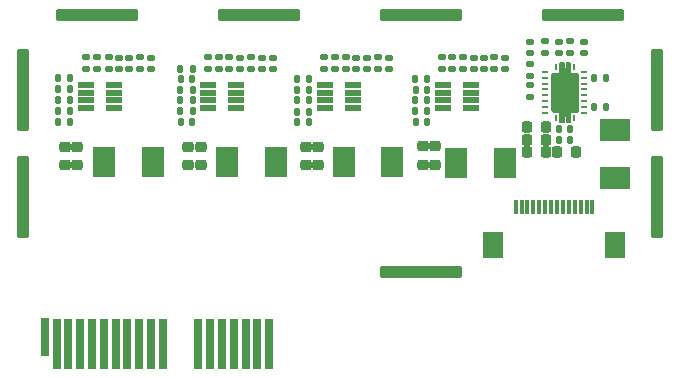
<source format=gbr>
G04 #@! TF.GenerationSoftware,KiCad,Pcbnew,(5.99.0-12889-g70df3822b5)*
G04 #@! TF.CreationDate,2021-11-21T20:46:22+08:00*
G04 #@! TF.ProjectId,PowerSupply,506f7765-7253-4757-9070-6c792e6b6963,rev?*
G04 #@! TF.SameCoordinates,PX5e56640PY77750e0*
G04 #@! TF.FileFunction,Soldermask,Bot*
G04 #@! TF.FilePolarity,Negative*
%FSLAX46Y46*%
G04 Gerber Fmt 4.6, Leading zero omitted, Abs format (unit mm)*
G04 Created by KiCad (PCBNEW (5.99.0-12889-g70df3822b5)) date 2021-11-21 20:46:22*
%MOMM*%
%LPD*%
G01*
G04 APERTURE LIST*
G04 Aperture macros list*
%AMRoundRect*
0 Rectangle with rounded corners*
0 $1 Rounding radius*
0 $2 $3 $4 $5 $6 $7 $8 $9 X,Y pos of 4 corners*
0 Add a 4 corners polygon primitive as box body*
4,1,4,$2,$3,$4,$5,$6,$7,$8,$9,$2,$3,0*
0 Add four circle primitives for the rounded corners*
1,1,$1+$1,$2,$3*
1,1,$1+$1,$4,$5*
1,1,$1+$1,$6,$7*
1,1,$1+$1,$8,$9*
0 Add four rect primitives between the rounded corners*
20,1,$1+$1,$2,$3,$4,$5,0*
20,1,$1+$1,$4,$5,$6,$7,0*
20,1,$1+$1,$6,$7,$8,$9,0*
20,1,$1+$1,$8,$9,$2,$3,0*%
G04 Aperture macros list end*
%ADD10C,0.010000*%
%ADD11R,0.700000X3.200000*%
%ADD12R,0.700000X4.300000*%
%ADD13RoundRect,0.140000X-0.140000X-0.170000X0.140000X-0.170000X0.140000X0.170000X-0.140000X0.170000X0*%
%ADD14RoundRect,0.140000X0.170000X-0.140000X0.170000X0.140000X-0.170000X0.140000X-0.170000X-0.140000X0*%
%ADD15RoundRect,0.225000X0.250000X-0.225000X0.250000X0.225000X-0.250000X0.225000X-0.250000X-0.225000X0*%
%ADD16RoundRect,0.140000X0.140000X0.170000X-0.140000X0.170000X-0.140000X-0.170000X0.140000X-0.170000X0*%
%ADD17RoundRect,0.140000X-0.170000X0.140000X-0.170000X-0.140000X0.170000X-0.140000X0.170000X0.140000X0*%
%ADD18R,1.900000X2.500000*%
%ADD19RoundRect,0.135000X-0.135000X-0.185000X0.135000X-0.185000X0.135000X0.185000X-0.135000X0.185000X0*%
%ADD20RoundRect,0.135000X0.135000X0.185000X-0.135000X0.185000X-0.135000X-0.185000X0.135000X-0.185000X0*%
%ADD21RoundRect,0.135000X0.185000X-0.135000X0.185000X0.135000X-0.185000X0.135000X-0.185000X-0.135000X0*%
%ADD22RoundRect,0.135000X-0.185000X0.135000X-0.185000X-0.135000X0.185000X-0.135000X0.185000X0.135000X0*%
%ADD23R,1.340000X0.490000*%
%ADD24RoundRect,0.225000X0.225000X0.250000X-0.225000X0.250000X-0.225000X-0.250000X0.225000X-0.250000X0*%
%ADD25RoundRect,0.225000X-0.225000X-0.250000X0.225000X-0.250000X0.225000X0.250000X-0.225000X0.250000X0*%
%ADD26R,2.500000X1.900000*%
%ADD27R,0.240000X0.600000*%
%ADD28R,0.600000X0.240000*%
%ADD29R,0.240000X0.990000*%
%ADD30R,2.050000X3.050000*%
%ADD31R,0.517500X0.427500*%
%ADD32R,0.300000X1.300000*%
%ADD33R,1.800000X2.200000*%
%ADD34RoundRect,0.275000X-3.225000X-0.275000X3.225000X-0.275000X3.225000X0.275000X-3.225000X0.275000X0*%
%ADD35RoundRect,0.275000X0.275000X-3.225000X0.275000X3.225000X-0.275000X3.225000X-0.275000X-3.225000X0*%
G04 APERTURE END LIST*
D10*
G04 #@! TO.C,U1*
X57547000Y27947000D02*
X57547000Y28720000D01*
X57547000Y28720000D02*
X57546792Y28727955D01*
X57546792Y28727955D02*
X57546167Y28735888D01*
X57546167Y28735888D02*
X57545129Y28743778D01*
X57545129Y28743778D02*
X57543678Y28751603D01*
X57543678Y28751603D02*
X57541821Y28759340D01*
X57541821Y28759340D02*
X57539561Y28766971D01*
X57539561Y28766971D02*
X57536904Y28774472D01*
X57536904Y28774472D02*
X57533859Y28781824D01*
X57533859Y28781824D02*
X57530433Y28789007D01*
X57530433Y28789007D02*
X57526636Y28796000D01*
X57526636Y28796000D02*
X57522478Y28802785D01*
X57522478Y28802785D02*
X57517971Y28809343D01*
X57517971Y28809343D02*
X57513126Y28815657D01*
X57513126Y28815657D02*
X57507958Y28821708D01*
X57507958Y28821708D02*
X57502480Y28827480D01*
X57502480Y28827480D02*
X57496708Y28832958D01*
X57496708Y28832958D02*
X57490657Y28838126D01*
X57490657Y28838126D02*
X57484343Y28842971D01*
X57484343Y28842971D02*
X57477785Y28847478D01*
X57477785Y28847478D02*
X57471000Y28851636D01*
X57471000Y28851636D02*
X57464007Y28855433D01*
X57464007Y28855433D02*
X57456824Y28858859D01*
X57456824Y28858859D02*
X57449472Y28861904D01*
X57449472Y28861904D02*
X57441971Y28864561D01*
X57441971Y28864561D02*
X57434340Y28866821D01*
X57434340Y28866821D02*
X57426603Y28868678D01*
X57426603Y28868678D02*
X57418778Y28870129D01*
X57418778Y28870129D02*
X57410888Y28871167D01*
X57410888Y28871167D02*
X57402955Y28871792D01*
X57402955Y28871792D02*
X57395000Y28872000D01*
X57395000Y28872000D02*
X57295000Y28872000D01*
X57295000Y28872000D02*
X57287045Y28871792D01*
X57287045Y28871792D02*
X57279112Y28871167D01*
X57279112Y28871167D02*
X57271222Y28870129D01*
X57271222Y28870129D02*
X57263397Y28868678D01*
X57263397Y28868678D02*
X57255660Y28866821D01*
X57255660Y28866821D02*
X57248029Y28864561D01*
X57248029Y28864561D02*
X57240528Y28861904D01*
X57240528Y28861904D02*
X57233176Y28858859D01*
X57233176Y28858859D02*
X57225993Y28855433D01*
X57225993Y28855433D02*
X57219000Y28851636D01*
X57219000Y28851636D02*
X57212215Y28847478D01*
X57212215Y28847478D02*
X57205657Y28842971D01*
X57205657Y28842971D02*
X57199343Y28838126D01*
X57199343Y28838126D02*
X57193292Y28832958D01*
X57193292Y28832958D02*
X57187520Y28827480D01*
X57187520Y28827480D02*
X57182042Y28821708D01*
X57182042Y28821708D02*
X57176874Y28815657D01*
X57176874Y28815657D02*
X57172029Y28809343D01*
X57172029Y28809343D02*
X57167522Y28802785D01*
X57167522Y28802785D02*
X57163364Y28796000D01*
X57163364Y28796000D02*
X57159567Y28789007D01*
X57159567Y28789007D02*
X57156141Y28781824D01*
X57156141Y28781824D02*
X57153096Y28774472D01*
X57153096Y28774472D02*
X57150439Y28766971D01*
X57150439Y28766971D02*
X57148179Y28759340D01*
X57148179Y28759340D02*
X57146322Y28751603D01*
X57146322Y28751603D02*
X57144871Y28743778D01*
X57144871Y28743778D02*
X57143833Y28735888D01*
X57143833Y28735888D02*
X57143208Y28727955D01*
X57143208Y28727955D02*
X57143000Y28720000D01*
X57143000Y28720000D02*
X57143000Y28347000D01*
X57143000Y28347000D02*
X56998000Y28347000D01*
X56998000Y28347000D02*
X56997000Y28347000D01*
X56997000Y28347000D02*
X56997000Y28722000D01*
X56997000Y28722000D02*
X56996794Y28729850D01*
X56996794Y28729850D02*
X56996178Y28737679D01*
X56996178Y28737679D02*
X56995153Y28745465D01*
X56995153Y28745465D02*
X56993722Y28753187D01*
X56993722Y28753187D02*
X56991889Y28760823D01*
X56991889Y28760823D02*
X56989658Y28768353D01*
X56989658Y28768353D02*
X56987037Y28775755D01*
X56987037Y28775755D02*
X56984032Y28783010D01*
X56984032Y28783010D02*
X56980651Y28790099D01*
X56980651Y28790099D02*
X56976904Y28797000D01*
X56976904Y28797000D02*
X56972801Y28803696D01*
X56972801Y28803696D02*
X56968353Y28810168D01*
X56968353Y28810168D02*
X56963572Y28816398D01*
X56963572Y28816398D02*
X56958472Y28822370D01*
X56958472Y28822370D02*
X56953066Y28828066D01*
X56953066Y28828066D02*
X56947370Y28833472D01*
X56947370Y28833472D02*
X56941398Y28838572D01*
X56941398Y28838572D02*
X56935168Y28843353D01*
X56935168Y28843353D02*
X56928696Y28847801D01*
X56928696Y28847801D02*
X56922000Y28851904D01*
X56922000Y28851904D02*
X56915099Y28855651D01*
X56915099Y28855651D02*
X56908010Y28859032D01*
X56908010Y28859032D02*
X56900755Y28862037D01*
X56900755Y28862037D02*
X56893353Y28864658D01*
X56893353Y28864658D02*
X56885823Y28866889D01*
X56885823Y28866889D02*
X56878187Y28868722D01*
X56878187Y28868722D02*
X56870465Y28870153D01*
X56870465Y28870153D02*
X56862679Y28871178D01*
X56862679Y28871178D02*
X56854850Y28871794D01*
X56854850Y28871794D02*
X56847000Y28872000D01*
X56847000Y28872000D02*
X56744000Y28872000D01*
X56744000Y28872000D02*
X56736097Y28871793D01*
X56736097Y28871793D02*
X56728216Y28871173D01*
X56728216Y28871173D02*
X56720378Y28870141D01*
X56720378Y28870141D02*
X56712605Y28868700D01*
X56712605Y28868700D02*
X56704918Y28866855D01*
X56704918Y28866855D02*
X56697338Y28864610D01*
X56697338Y28864610D02*
X56689886Y28861971D01*
X56689886Y28861971D02*
X56682583Y28858945D01*
X56682583Y28858945D02*
X56675447Y28855542D01*
X56675447Y28855542D02*
X56668500Y28851770D01*
X56668500Y28851770D02*
X56661760Y28847639D01*
X56661760Y28847639D02*
X56655244Y28843162D01*
X56655244Y28843162D02*
X56648973Y28838349D01*
X56648973Y28838349D02*
X56642961Y28833215D01*
X56642961Y28833215D02*
X56637227Y28827773D01*
X56637227Y28827773D02*
X56631785Y28822039D01*
X56631785Y28822039D02*
X56626651Y28816027D01*
X56626651Y28816027D02*
X56621838Y28809756D01*
X56621838Y28809756D02*
X56617361Y28803240D01*
X56617361Y28803240D02*
X56613230Y28796500D01*
X56613230Y28796500D02*
X56609458Y28789553D01*
X56609458Y28789553D02*
X56606055Y28782417D01*
X56606055Y28782417D02*
X56603029Y28775114D01*
X56603029Y28775114D02*
X56600390Y28767662D01*
X56600390Y28767662D02*
X56598145Y28760082D01*
X56598145Y28760082D02*
X56596300Y28752395D01*
X56596300Y28752395D02*
X56594859Y28744622D01*
X56594859Y28744622D02*
X56593827Y28736784D01*
X56593827Y28736784D02*
X56593207Y28728903D01*
X56593207Y28728903D02*
X56593000Y28721000D01*
X56593000Y28721000D02*
X56593000Y27947000D01*
X56593000Y27947000D02*
X56095000Y27947000D01*
X56095000Y27947000D02*
X56087045Y27946792D01*
X56087045Y27946792D02*
X56079112Y27946167D01*
X56079112Y27946167D02*
X56071222Y27945129D01*
X56071222Y27945129D02*
X56063397Y27943678D01*
X56063397Y27943678D02*
X56055660Y27941821D01*
X56055660Y27941821D02*
X56048029Y27939561D01*
X56048029Y27939561D02*
X56040528Y27936904D01*
X56040528Y27936904D02*
X56033176Y27933859D01*
X56033176Y27933859D02*
X56025993Y27930433D01*
X56025993Y27930433D02*
X56019000Y27926636D01*
X56019000Y27926636D02*
X56012215Y27922478D01*
X56012215Y27922478D02*
X56005657Y27917971D01*
X56005657Y27917971D02*
X55999343Y27913126D01*
X55999343Y27913126D02*
X55993292Y27907958D01*
X55993292Y27907958D02*
X55987520Y27902480D01*
X55987520Y27902480D02*
X55982042Y27896708D01*
X55982042Y27896708D02*
X55976874Y27890657D01*
X55976874Y27890657D02*
X55972029Y27884343D01*
X55972029Y27884343D02*
X55967522Y27877785D01*
X55967522Y27877785D02*
X55963364Y27871000D01*
X55963364Y27871000D02*
X55959567Y27864007D01*
X55959567Y27864007D02*
X55956141Y27856824D01*
X55956141Y27856824D02*
X55953096Y27849472D01*
X55953096Y27849472D02*
X55950439Y27841971D01*
X55950439Y27841971D02*
X55948179Y27834340D01*
X55948179Y27834340D02*
X55946322Y27826603D01*
X55946322Y27826603D02*
X55944871Y27818778D01*
X55944871Y27818778D02*
X55943833Y27810888D01*
X55943833Y27810888D02*
X55943208Y27802955D01*
X55943208Y27802955D02*
X55943000Y27795000D01*
X55943000Y27795000D02*
X55943000Y24844000D01*
X55943000Y24844000D02*
X55943206Y24836150D01*
X55943206Y24836150D02*
X55943822Y24828321D01*
X55943822Y24828321D02*
X55944847Y24820535D01*
X55944847Y24820535D02*
X55946278Y24812813D01*
X55946278Y24812813D02*
X55948111Y24805177D01*
X55948111Y24805177D02*
X55950342Y24797647D01*
X55950342Y24797647D02*
X55952963Y24790245D01*
X55952963Y24790245D02*
X55955968Y24782990D01*
X55955968Y24782990D02*
X55959349Y24775901D01*
X55959349Y24775901D02*
X55963096Y24769000D01*
X55963096Y24769000D02*
X55967199Y24762304D01*
X55967199Y24762304D02*
X55971647Y24755832D01*
X55971647Y24755832D02*
X55976428Y24749602D01*
X55976428Y24749602D02*
X55981528Y24743630D01*
X55981528Y24743630D02*
X55986934Y24737934D01*
X55986934Y24737934D02*
X55992630Y24732528D01*
X55992630Y24732528D02*
X55998602Y24727428D01*
X55998602Y24727428D02*
X56004832Y24722647D01*
X56004832Y24722647D02*
X56011304Y24718199D01*
X56011304Y24718199D02*
X56018000Y24714096D01*
X56018000Y24714096D02*
X56024901Y24710349D01*
X56024901Y24710349D02*
X56031990Y24706968D01*
X56031990Y24706968D02*
X56039245Y24703963D01*
X56039245Y24703963D02*
X56046647Y24701342D01*
X56046647Y24701342D02*
X56054177Y24699111D01*
X56054177Y24699111D02*
X56061813Y24697278D01*
X56061813Y24697278D02*
X56069535Y24695847D01*
X56069535Y24695847D02*
X56077321Y24694822D01*
X56077321Y24694822D02*
X56085150Y24694206D01*
X56085150Y24694206D02*
X56093000Y24694000D01*
X56093000Y24694000D02*
X56592000Y24694000D01*
X56592000Y24694000D02*
X56592052Y24693999D01*
X56592052Y24693999D02*
X56592105Y24693995D01*
X56592105Y24693995D02*
X56592156Y24693988D01*
X56592156Y24693988D02*
X56592208Y24693978D01*
X56592208Y24693978D02*
X56592259Y24693966D01*
X56592259Y24693966D02*
X56592309Y24693951D01*
X56592309Y24693951D02*
X56592358Y24693934D01*
X56592358Y24693934D02*
X56592407Y24693914D01*
X56592407Y24693914D02*
X56592454Y24693891D01*
X56592454Y24693891D02*
X56592500Y24693866D01*
X56592500Y24693866D02*
X56592545Y24693839D01*
X56592545Y24693839D02*
X56592588Y24693809D01*
X56592588Y24693809D02*
X56592629Y24693777D01*
X56592629Y24693777D02*
X56592669Y24693743D01*
X56592669Y24693743D02*
X56592707Y24693707D01*
X56592707Y24693707D02*
X56592743Y24693669D01*
X56592743Y24693669D02*
X56592777Y24693629D01*
X56592777Y24693629D02*
X56592809Y24693588D01*
X56592809Y24693588D02*
X56592839Y24693545D01*
X56592839Y24693545D02*
X56592866Y24693500D01*
X56592866Y24693500D02*
X56592891Y24693454D01*
X56592891Y24693454D02*
X56592914Y24693407D01*
X56592914Y24693407D02*
X56592934Y24693358D01*
X56592934Y24693358D02*
X56592951Y24693309D01*
X56592951Y24693309D02*
X56592966Y24693259D01*
X56592966Y24693259D02*
X56592978Y24693208D01*
X56592978Y24693208D02*
X56592988Y24693156D01*
X56592988Y24693156D02*
X56592995Y24693105D01*
X56592995Y24693105D02*
X56592999Y24693052D01*
X56592999Y24693052D02*
X56593000Y24693000D01*
X56593000Y24693000D02*
X56593000Y23919000D01*
X56593000Y23919000D02*
X56593206Y23911150D01*
X56593206Y23911150D02*
X56593822Y23903321D01*
X56593822Y23903321D02*
X56594847Y23895535D01*
X56594847Y23895535D02*
X56596278Y23887813D01*
X56596278Y23887813D02*
X56598111Y23880177D01*
X56598111Y23880177D02*
X56600342Y23872647D01*
X56600342Y23872647D02*
X56602963Y23865245D01*
X56602963Y23865245D02*
X56605968Y23857990D01*
X56605968Y23857990D02*
X56609349Y23850901D01*
X56609349Y23850901D02*
X56613096Y23844000D01*
X56613096Y23844000D02*
X56617199Y23837304D01*
X56617199Y23837304D02*
X56621647Y23830832D01*
X56621647Y23830832D02*
X56626428Y23824602D01*
X56626428Y23824602D02*
X56631528Y23818630D01*
X56631528Y23818630D02*
X56636934Y23812934D01*
X56636934Y23812934D02*
X56642630Y23807528D01*
X56642630Y23807528D02*
X56648602Y23802428D01*
X56648602Y23802428D02*
X56654832Y23797647D01*
X56654832Y23797647D02*
X56661304Y23793199D01*
X56661304Y23793199D02*
X56668000Y23789096D01*
X56668000Y23789096D02*
X56674901Y23785349D01*
X56674901Y23785349D02*
X56681990Y23781968D01*
X56681990Y23781968D02*
X56689245Y23778963D01*
X56689245Y23778963D02*
X56696647Y23776342D01*
X56696647Y23776342D02*
X56704177Y23774111D01*
X56704177Y23774111D02*
X56711813Y23772278D01*
X56711813Y23772278D02*
X56719535Y23770847D01*
X56719535Y23770847D02*
X56727321Y23769822D01*
X56727321Y23769822D02*
X56735150Y23769206D01*
X56735150Y23769206D02*
X56743000Y23769000D01*
X56743000Y23769000D02*
X56848000Y23769000D01*
X56848000Y23769000D02*
X56855798Y23769204D01*
X56855798Y23769204D02*
X56863575Y23769816D01*
X56863575Y23769816D02*
X56871309Y23770834D01*
X56871309Y23770834D02*
X56878979Y23772256D01*
X56878979Y23772256D02*
X56886564Y23774077D01*
X56886564Y23774077D02*
X56894044Y23776293D01*
X56894044Y23776293D02*
X56901397Y23778897D01*
X56901397Y23778897D02*
X56908604Y23781882D01*
X56908604Y23781882D02*
X56915645Y23785240D01*
X56915645Y23785240D02*
X56922500Y23788962D01*
X56922500Y23788962D02*
X56929151Y23793038D01*
X56929151Y23793038D02*
X56935580Y23797456D01*
X56935580Y23797456D02*
X56941769Y23802205D01*
X56941769Y23802205D02*
X56947700Y23807271D01*
X56947700Y23807271D02*
X56953359Y23812641D01*
X56953359Y23812641D02*
X56958729Y23818300D01*
X56958729Y23818300D02*
X56963795Y23824231D01*
X56963795Y23824231D02*
X56968544Y23830420D01*
X56968544Y23830420D02*
X56972962Y23836849D01*
X56972962Y23836849D02*
X56977038Y23843500D01*
X56977038Y23843500D02*
X56980760Y23850355D01*
X56980760Y23850355D02*
X56984118Y23857396D01*
X56984118Y23857396D02*
X56987103Y23864603D01*
X56987103Y23864603D02*
X56989707Y23871956D01*
X56989707Y23871956D02*
X56991923Y23879436D01*
X56991923Y23879436D02*
X56993744Y23887021D01*
X56993744Y23887021D02*
X56995166Y23894691D01*
X56995166Y23894691D02*
X56996184Y23902425D01*
X56996184Y23902425D02*
X56996796Y23910202D01*
X56996796Y23910202D02*
X56997000Y23918000D01*
X56997000Y23918000D02*
X56997000Y24293000D01*
X56997000Y24293000D02*
X57142000Y24293000D01*
X57142000Y24293000D02*
X57142052Y24292999D01*
X57142052Y24292999D02*
X57142105Y24292995D01*
X57142105Y24292995D02*
X57142156Y24292988D01*
X57142156Y24292988D02*
X57142208Y24292978D01*
X57142208Y24292978D02*
X57142259Y24292966D01*
X57142259Y24292966D02*
X57142309Y24292951D01*
X57142309Y24292951D02*
X57142358Y24292934D01*
X57142358Y24292934D02*
X57142407Y24292914D01*
X57142407Y24292914D02*
X57142454Y24292891D01*
X57142454Y24292891D02*
X57142500Y24292866D01*
X57142500Y24292866D02*
X57142545Y24292839D01*
X57142545Y24292839D02*
X57142588Y24292809D01*
X57142588Y24292809D02*
X57142629Y24292777D01*
X57142629Y24292777D02*
X57142669Y24292743D01*
X57142669Y24292743D02*
X57142707Y24292707D01*
X57142707Y24292707D02*
X57142743Y24292669D01*
X57142743Y24292669D02*
X57142777Y24292629D01*
X57142777Y24292629D02*
X57142809Y24292588D01*
X57142809Y24292588D02*
X57142839Y24292545D01*
X57142839Y24292545D02*
X57142866Y24292500D01*
X57142866Y24292500D02*
X57142891Y24292454D01*
X57142891Y24292454D02*
X57142914Y24292407D01*
X57142914Y24292407D02*
X57142934Y24292358D01*
X57142934Y24292358D02*
X57142951Y24292309D01*
X57142951Y24292309D02*
X57142966Y24292259D01*
X57142966Y24292259D02*
X57142978Y24292208D01*
X57142978Y24292208D02*
X57142988Y24292156D01*
X57142988Y24292156D02*
X57142995Y24292105D01*
X57142995Y24292105D02*
X57142999Y24292052D01*
X57142999Y24292052D02*
X57143000Y24292000D01*
X57143000Y24292000D02*
X57143000Y23919000D01*
X57143000Y23919000D02*
X57143206Y23911150D01*
X57143206Y23911150D02*
X57143822Y23903321D01*
X57143822Y23903321D02*
X57144847Y23895535D01*
X57144847Y23895535D02*
X57146278Y23887813D01*
X57146278Y23887813D02*
X57148111Y23880177D01*
X57148111Y23880177D02*
X57150342Y23872647D01*
X57150342Y23872647D02*
X57152963Y23865245D01*
X57152963Y23865245D02*
X57155968Y23857990D01*
X57155968Y23857990D02*
X57159349Y23850901D01*
X57159349Y23850901D02*
X57163096Y23844000D01*
X57163096Y23844000D02*
X57167199Y23837304D01*
X57167199Y23837304D02*
X57171647Y23830832D01*
X57171647Y23830832D02*
X57176428Y23824602D01*
X57176428Y23824602D02*
X57181528Y23818630D01*
X57181528Y23818630D02*
X57186934Y23812934D01*
X57186934Y23812934D02*
X57192630Y23807528D01*
X57192630Y23807528D02*
X57198602Y23802428D01*
X57198602Y23802428D02*
X57204832Y23797647D01*
X57204832Y23797647D02*
X57211304Y23793199D01*
X57211304Y23793199D02*
X57218000Y23789096D01*
X57218000Y23789096D02*
X57224901Y23785349D01*
X57224901Y23785349D02*
X57231990Y23781968D01*
X57231990Y23781968D02*
X57239245Y23778963D01*
X57239245Y23778963D02*
X57246647Y23776342D01*
X57246647Y23776342D02*
X57254177Y23774111D01*
X57254177Y23774111D02*
X57261813Y23772278D01*
X57261813Y23772278D02*
X57269535Y23770847D01*
X57269535Y23770847D02*
X57277321Y23769822D01*
X57277321Y23769822D02*
X57285150Y23769206D01*
X57285150Y23769206D02*
X57293000Y23769000D01*
X57293000Y23769000D02*
X57399000Y23769000D01*
X57399000Y23769000D02*
X57406746Y23769203D01*
X57406746Y23769203D02*
X57414470Y23769811D01*
X57414470Y23769811D02*
X57422152Y23770822D01*
X57422152Y23770822D02*
X57429771Y23772234D01*
X57429771Y23772234D02*
X57437305Y23774043D01*
X57437305Y23774043D02*
X57444735Y23776244D01*
X57444735Y23776244D02*
X57452038Y23778830D01*
X57452038Y23778830D02*
X57459197Y23781795D01*
X57459197Y23781795D02*
X57466191Y23785131D01*
X57466191Y23785131D02*
X57473000Y23788828D01*
X57473000Y23788828D02*
X57479607Y23792877D01*
X57479607Y23792877D02*
X57485992Y23797265D01*
X57485992Y23797265D02*
X57492139Y23801982D01*
X57492139Y23801982D02*
X57498031Y23807015D01*
X57498031Y23807015D02*
X57503652Y23812348D01*
X57503652Y23812348D02*
X57508985Y23817969D01*
X57508985Y23817969D02*
X57514018Y23823861D01*
X57514018Y23823861D02*
X57518735Y23830008D01*
X57518735Y23830008D02*
X57523123Y23836393D01*
X57523123Y23836393D02*
X57527172Y23843000D01*
X57527172Y23843000D02*
X57530869Y23849809D01*
X57530869Y23849809D02*
X57534205Y23856803D01*
X57534205Y23856803D02*
X57537170Y23863962D01*
X57537170Y23863962D02*
X57539756Y23871265D01*
X57539756Y23871265D02*
X57541957Y23878695D01*
X57541957Y23878695D02*
X57543766Y23886229D01*
X57543766Y23886229D02*
X57545178Y23893848D01*
X57545178Y23893848D02*
X57546189Y23901530D01*
X57546189Y23901530D02*
X57546797Y23909254D01*
X57546797Y23909254D02*
X57547000Y23917000D01*
X57547000Y23917000D02*
X57547000Y24693000D01*
X57547000Y24693000D02*
X58045000Y24693000D01*
X58045000Y24693000D02*
X58052955Y24693208D01*
X58052955Y24693208D02*
X58060888Y24693833D01*
X58060888Y24693833D02*
X58068778Y24694871D01*
X58068778Y24694871D02*
X58076603Y24696322D01*
X58076603Y24696322D02*
X58084340Y24698179D01*
X58084340Y24698179D02*
X58091971Y24700439D01*
X58091971Y24700439D02*
X58099472Y24703096D01*
X58099472Y24703096D02*
X58106824Y24706141D01*
X58106824Y24706141D02*
X58114007Y24709567D01*
X58114007Y24709567D02*
X58121000Y24713364D01*
X58121000Y24713364D02*
X58127785Y24717522D01*
X58127785Y24717522D02*
X58134343Y24722029D01*
X58134343Y24722029D02*
X58140657Y24726874D01*
X58140657Y24726874D02*
X58146708Y24732042D01*
X58146708Y24732042D02*
X58152480Y24737520D01*
X58152480Y24737520D02*
X58157958Y24743292D01*
X58157958Y24743292D02*
X58163126Y24749343D01*
X58163126Y24749343D02*
X58167971Y24755657D01*
X58167971Y24755657D02*
X58172478Y24762215D01*
X58172478Y24762215D02*
X58176636Y24769000D01*
X58176636Y24769000D02*
X58180433Y24775993D01*
X58180433Y24775993D02*
X58183859Y24783176D01*
X58183859Y24783176D02*
X58186904Y24790528D01*
X58186904Y24790528D02*
X58189561Y24798029D01*
X58189561Y24798029D02*
X58191821Y24805660D01*
X58191821Y24805660D02*
X58193678Y24813397D01*
X58193678Y24813397D02*
X58195129Y24821222D01*
X58195129Y24821222D02*
X58196167Y24829112D01*
X58196167Y24829112D02*
X58196792Y24837045D01*
X58196792Y24837045D02*
X58197000Y24845000D01*
X58197000Y24845000D02*
X58197000Y27794000D01*
X58197000Y27794000D02*
X58196792Y27801955D01*
X58196792Y27801955D02*
X58196167Y27809888D01*
X58196167Y27809888D02*
X58195129Y27817778D01*
X58195129Y27817778D02*
X58193678Y27825603D01*
X58193678Y27825603D02*
X58191821Y27833340D01*
X58191821Y27833340D02*
X58189561Y27840971D01*
X58189561Y27840971D02*
X58186904Y27848472D01*
X58186904Y27848472D02*
X58183859Y27855824D01*
X58183859Y27855824D02*
X58180433Y27863007D01*
X58180433Y27863007D02*
X58176636Y27870000D01*
X58176636Y27870000D02*
X58172478Y27876785D01*
X58172478Y27876785D02*
X58167971Y27883343D01*
X58167971Y27883343D02*
X58163126Y27889657D01*
X58163126Y27889657D02*
X58157958Y27895708D01*
X58157958Y27895708D02*
X58152480Y27901480D01*
X58152480Y27901480D02*
X58146708Y27906958D01*
X58146708Y27906958D02*
X58140657Y27912126D01*
X58140657Y27912126D02*
X58134343Y27916971D01*
X58134343Y27916971D02*
X58127785Y27921478D01*
X58127785Y27921478D02*
X58121000Y27925636D01*
X58121000Y27925636D02*
X58114007Y27929433D01*
X58114007Y27929433D02*
X58106824Y27932859D01*
X58106824Y27932859D02*
X58099472Y27935904D01*
X58099472Y27935904D02*
X58091971Y27938561D01*
X58091971Y27938561D02*
X58084340Y27940821D01*
X58084340Y27940821D02*
X58076603Y27942678D01*
X58076603Y27942678D02*
X58068778Y27944129D01*
X58068778Y27944129D02*
X58060888Y27945167D01*
X58060888Y27945167D02*
X58052955Y27945792D01*
X58052955Y27945792D02*
X58045000Y27946000D01*
X58045000Y27946000D02*
X57548000Y27946000D01*
X57548000Y27946000D02*
X57547948Y27946001D01*
X57547948Y27946001D02*
X57547895Y27946005D01*
X57547895Y27946005D02*
X57547844Y27946012D01*
X57547844Y27946012D02*
X57547792Y27946022D01*
X57547792Y27946022D02*
X57547741Y27946034D01*
X57547741Y27946034D02*
X57547691Y27946049D01*
X57547691Y27946049D02*
X57547642Y27946066D01*
X57547642Y27946066D02*
X57547593Y27946086D01*
X57547593Y27946086D02*
X57547546Y27946109D01*
X57547546Y27946109D02*
X57547500Y27946134D01*
X57547500Y27946134D02*
X57547455Y27946161D01*
X57547455Y27946161D02*
X57547412Y27946191D01*
X57547412Y27946191D02*
X57547371Y27946223D01*
X57547371Y27946223D02*
X57547331Y27946257D01*
X57547331Y27946257D02*
X57547293Y27946293D01*
X57547293Y27946293D02*
X57547257Y27946331D01*
X57547257Y27946331D02*
X57547223Y27946371D01*
X57547223Y27946371D02*
X57547191Y27946412D01*
X57547191Y27946412D02*
X57547161Y27946455D01*
X57547161Y27946455D02*
X57547134Y27946500D01*
X57547134Y27946500D02*
X57547109Y27946546D01*
X57547109Y27946546D02*
X57547086Y27946593D01*
X57547086Y27946593D02*
X57547066Y27946642D01*
X57547066Y27946642D02*
X57547049Y27946691D01*
X57547049Y27946691D02*
X57547034Y27946741D01*
X57547034Y27946741D02*
X57547022Y27946792D01*
X57547022Y27946792D02*
X57547012Y27946844D01*
X57547012Y27946844D02*
X57547005Y27946895D01*
X57547005Y27946895D02*
X57547001Y27946948D01*
X57547001Y27946948D02*
X57547000Y27947000D01*
X57547000Y27947000D02*
X57547000Y27947000D01*
G36*
X56854850Y28871794D02*
G01*
X56862679Y28871178D01*
X56870465Y28870153D01*
X56878187Y28868722D01*
X56885823Y28866889D01*
X56893353Y28864658D01*
X56900755Y28862037D01*
X56908010Y28859032D01*
X56915099Y28855651D01*
X56922000Y28851904D01*
X56928696Y28847801D01*
X56935168Y28843353D01*
X56941398Y28838572D01*
X56947370Y28833472D01*
X56953066Y28828066D01*
X56958472Y28822370D01*
X56963572Y28816398D01*
X56968353Y28810168D01*
X56972801Y28803696D01*
X56976904Y28797000D01*
X56980651Y28790099D01*
X56984032Y28783010D01*
X56987037Y28775755D01*
X56989658Y28768353D01*
X56991889Y28760823D01*
X56993722Y28753187D01*
X56995153Y28745465D01*
X56996178Y28737679D01*
X56996794Y28729850D01*
X56997000Y28722000D01*
X56997000Y28347000D01*
X57143000Y28347000D01*
X57143000Y28720000D01*
X57143208Y28727955D01*
X57143833Y28735888D01*
X57144871Y28743778D01*
X57146322Y28751603D01*
X57148179Y28759340D01*
X57150439Y28766971D01*
X57153096Y28774472D01*
X57156141Y28781824D01*
X57159567Y28789007D01*
X57163364Y28796000D01*
X57167522Y28802785D01*
X57172029Y28809343D01*
X57176874Y28815657D01*
X57182042Y28821708D01*
X57187520Y28827480D01*
X57193292Y28832958D01*
X57199343Y28838126D01*
X57205657Y28842971D01*
X57212215Y28847478D01*
X57219000Y28851636D01*
X57225993Y28855433D01*
X57233176Y28858859D01*
X57240528Y28861904D01*
X57248029Y28864561D01*
X57255660Y28866821D01*
X57263397Y28868678D01*
X57271222Y28870129D01*
X57279112Y28871167D01*
X57287045Y28871792D01*
X57295000Y28872000D01*
X57395000Y28872000D01*
X57402955Y28871792D01*
X57410888Y28871167D01*
X57418778Y28870129D01*
X57426603Y28868678D01*
X57434340Y28866821D01*
X57441971Y28864561D01*
X57449472Y28861904D01*
X57456824Y28858859D01*
X57464007Y28855433D01*
X57471000Y28851636D01*
X57477785Y28847478D01*
X57484343Y28842971D01*
X57490657Y28838126D01*
X57496708Y28832958D01*
X57502480Y28827480D01*
X57507958Y28821708D01*
X57513126Y28815657D01*
X57517971Y28809343D01*
X57522478Y28802785D01*
X57526636Y28796000D01*
X57530433Y28789007D01*
X57533859Y28781824D01*
X57536904Y28774472D01*
X57539561Y28766971D01*
X57541821Y28759340D01*
X57543678Y28751603D01*
X57545129Y28743778D01*
X57546167Y28735888D01*
X57546792Y28727955D01*
X57547000Y28720000D01*
X57547000Y27947000D01*
X57547001Y27946948D01*
X57547005Y27946895D01*
X57547012Y27946844D01*
X57547022Y27946792D01*
X57547034Y27946741D01*
X57547049Y27946691D01*
X57547066Y27946642D01*
X57547086Y27946593D01*
X57547109Y27946546D01*
X57547134Y27946500D01*
X57547161Y27946455D01*
X57547191Y27946412D01*
X57547223Y27946371D01*
X57547257Y27946331D01*
X57547293Y27946293D01*
X57547331Y27946257D01*
X57547371Y27946223D01*
X57547412Y27946191D01*
X57547455Y27946161D01*
X57547500Y27946134D01*
X57547546Y27946109D01*
X57547593Y27946086D01*
X57547642Y27946066D01*
X57547691Y27946049D01*
X57547741Y27946034D01*
X57547792Y27946022D01*
X57547844Y27946012D01*
X57547895Y27946005D01*
X57547948Y27946001D01*
X57548000Y27946000D01*
X58045000Y27946000D01*
X58052955Y27945792D01*
X58060888Y27945167D01*
X58068778Y27944129D01*
X58076603Y27942678D01*
X58084340Y27940821D01*
X58091971Y27938561D01*
X58099472Y27935904D01*
X58106824Y27932859D01*
X58114007Y27929433D01*
X58121000Y27925636D01*
X58127785Y27921478D01*
X58134343Y27916971D01*
X58140657Y27912126D01*
X58146708Y27906958D01*
X58152480Y27901480D01*
X58157958Y27895708D01*
X58163126Y27889657D01*
X58167971Y27883343D01*
X58172478Y27876785D01*
X58176636Y27870000D01*
X58180433Y27863007D01*
X58183859Y27855824D01*
X58186904Y27848472D01*
X58189561Y27840971D01*
X58191821Y27833340D01*
X58193678Y27825603D01*
X58195129Y27817778D01*
X58196167Y27809888D01*
X58196792Y27801955D01*
X58197000Y27794000D01*
X58197000Y24845000D01*
X58196792Y24837045D01*
X58196167Y24829112D01*
X58195129Y24821222D01*
X58193678Y24813397D01*
X58191821Y24805660D01*
X58189561Y24798029D01*
X58186904Y24790528D01*
X58183859Y24783176D01*
X58180433Y24775993D01*
X58176636Y24769000D01*
X58172478Y24762215D01*
X58167971Y24755657D01*
X58163126Y24749343D01*
X58157958Y24743292D01*
X58152480Y24737520D01*
X58146708Y24732042D01*
X58140657Y24726874D01*
X58134343Y24722029D01*
X58127785Y24717522D01*
X58121000Y24713364D01*
X58114007Y24709567D01*
X58106824Y24706141D01*
X58099472Y24703096D01*
X58091971Y24700439D01*
X58084340Y24698179D01*
X58076603Y24696322D01*
X58068778Y24694871D01*
X58060888Y24693833D01*
X58052955Y24693208D01*
X58045000Y24693000D01*
X57547000Y24693000D01*
X57547000Y23917000D01*
X57546797Y23909254D01*
X57546189Y23901530D01*
X57545178Y23893848D01*
X57543766Y23886229D01*
X57541957Y23878695D01*
X57539756Y23871265D01*
X57537170Y23863962D01*
X57534205Y23856803D01*
X57530869Y23849809D01*
X57527172Y23843000D01*
X57523123Y23836393D01*
X57518735Y23830008D01*
X57514018Y23823861D01*
X57508985Y23817969D01*
X57503652Y23812348D01*
X57498031Y23807015D01*
X57492139Y23801982D01*
X57485992Y23797265D01*
X57479607Y23792877D01*
X57473000Y23788828D01*
X57466191Y23785131D01*
X57459197Y23781795D01*
X57452038Y23778830D01*
X57444735Y23776244D01*
X57437305Y23774043D01*
X57429771Y23772234D01*
X57422152Y23770822D01*
X57414470Y23769811D01*
X57406746Y23769203D01*
X57399000Y23769000D01*
X57293000Y23769000D01*
X57285150Y23769206D01*
X57277321Y23769822D01*
X57269535Y23770847D01*
X57261813Y23772278D01*
X57254177Y23774111D01*
X57246647Y23776342D01*
X57239245Y23778963D01*
X57231990Y23781968D01*
X57224901Y23785349D01*
X57218000Y23789096D01*
X57211304Y23793199D01*
X57204832Y23797647D01*
X57198602Y23802428D01*
X57192630Y23807528D01*
X57186934Y23812934D01*
X57181528Y23818630D01*
X57176428Y23824602D01*
X57171647Y23830832D01*
X57167199Y23837304D01*
X57163096Y23844000D01*
X57159349Y23850901D01*
X57155968Y23857990D01*
X57152963Y23865245D01*
X57150342Y23872647D01*
X57148111Y23880177D01*
X57146278Y23887813D01*
X57144847Y23895535D01*
X57143822Y23903321D01*
X57143206Y23911150D01*
X57143000Y23919000D01*
X57143000Y24292000D01*
X57142999Y24292052D01*
X57142995Y24292105D01*
X57142988Y24292156D01*
X57142978Y24292208D01*
X57142966Y24292259D01*
X57142951Y24292309D01*
X57142934Y24292358D01*
X57142914Y24292407D01*
X57142891Y24292454D01*
X57142866Y24292500D01*
X57142839Y24292545D01*
X57142809Y24292588D01*
X57142777Y24292629D01*
X57142743Y24292669D01*
X57142707Y24292707D01*
X57142669Y24292743D01*
X57142629Y24292777D01*
X57142588Y24292809D01*
X57142545Y24292839D01*
X57142500Y24292866D01*
X57142454Y24292891D01*
X57142407Y24292914D01*
X57142358Y24292934D01*
X57142309Y24292951D01*
X57142259Y24292966D01*
X57142208Y24292978D01*
X57142156Y24292988D01*
X57142105Y24292995D01*
X57142052Y24292999D01*
X57142000Y24293000D01*
X56997000Y24293000D01*
X56997000Y23918000D01*
X56996796Y23910202D01*
X56996184Y23902425D01*
X56995166Y23894691D01*
X56993744Y23887021D01*
X56991923Y23879436D01*
X56989707Y23871956D01*
X56987103Y23864603D01*
X56984118Y23857396D01*
X56980760Y23850355D01*
X56977038Y23843500D01*
X56972962Y23836849D01*
X56968544Y23830420D01*
X56963795Y23824231D01*
X56958729Y23818300D01*
X56953359Y23812641D01*
X56947700Y23807271D01*
X56941769Y23802205D01*
X56935580Y23797456D01*
X56929151Y23793038D01*
X56922500Y23788962D01*
X56915645Y23785240D01*
X56908604Y23781882D01*
X56901397Y23778897D01*
X56894044Y23776293D01*
X56886564Y23774077D01*
X56878979Y23772256D01*
X56871309Y23770834D01*
X56863575Y23769816D01*
X56855798Y23769204D01*
X56848000Y23769000D01*
X56743000Y23769000D01*
X56735150Y23769206D01*
X56727321Y23769822D01*
X56719535Y23770847D01*
X56711813Y23772278D01*
X56704177Y23774111D01*
X56696647Y23776342D01*
X56689245Y23778963D01*
X56681990Y23781968D01*
X56674901Y23785349D01*
X56668000Y23789096D01*
X56661304Y23793199D01*
X56654832Y23797647D01*
X56648602Y23802428D01*
X56642630Y23807528D01*
X56636934Y23812934D01*
X56631528Y23818630D01*
X56626428Y23824602D01*
X56621647Y23830832D01*
X56617199Y23837304D01*
X56613096Y23844000D01*
X56609349Y23850901D01*
X56605968Y23857990D01*
X56602963Y23865245D01*
X56600342Y23872647D01*
X56598111Y23880177D01*
X56596278Y23887813D01*
X56594847Y23895535D01*
X56593822Y23903321D01*
X56593206Y23911150D01*
X56593000Y23919000D01*
X56593000Y24693000D01*
X56592999Y24693052D01*
X56592995Y24693105D01*
X56592988Y24693156D01*
X56592978Y24693208D01*
X56592966Y24693259D01*
X56592951Y24693309D01*
X56592934Y24693358D01*
X56592914Y24693407D01*
X56592891Y24693454D01*
X56592866Y24693500D01*
X56592839Y24693545D01*
X56592809Y24693588D01*
X56592777Y24693629D01*
X56592743Y24693669D01*
X56592707Y24693707D01*
X56592669Y24693743D01*
X56592629Y24693777D01*
X56592588Y24693809D01*
X56592545Y24693839D01*
X56592500Y24693866D01*
X56592454Y24693891D01*
X56592407Y24693914D01*
X56592358Y24693934D01*
X56592309Y24693951D01*
X56592259Y24693966D01*
X56592208Y24693978D01*
X56592156Y24693988D01*
X56592105Y24693995D01*
X56592052Y24693999D01*
X56592000Y24694000D01*
X56093000Y24694000D01*
X56085150Y24694206D01*
X56077321Y24694822D01*
X56069535Y24695847D01*
X56061813Y24697278D01*
X56054177Y24699111D01*
X56046647Y24701342D01*
X56039245Y24703963D01*
X56031990Y24706968D01*
X56024901Y24710349D01*
X56018000Y24714096D01*
X56011304Y24718199D01*
X56004832Y24722647D01*
X55998602Y24727428D01*
X55992630Y24732528D01*
X55986934Y24737934D01*
X55981528Y24743630D01*
X55976428Y24749602D01*
X55971647Y24755832D01*
X55967199Y24762304D01*
X55963096Y24769000D01*
X55959349Y24775901D01*
X55955968Y24782990D01*
X55952963Y24790245D01*
X55950342Y24797647D01*
X55948111Y24805177D01*
X55946278Y24812813D01*
X55944847Y24820535D01*
X55943822Y24828321D01*
X55943206Y24836150D01*
X55943000Y24844000D01*
X55943000Y27795000D01*
X55943208Y27802955D01*
X55943833Y27810888D01*
X55944871Y27818778D01*
X55946322Y27826603D01*
X55948179Y27834340D01*
X55950439Y27841971D01*
X55953096Y27849472D01*
X55956141Y27856824D01*
X55959567Y27864007D01*
X55963364Y27871000D01*
X55967522Y27877785D01*
X55972029Y27884343D01*
X55976874Y27890657D01*
X55982042Y27896708D01*
X55987520Y27902480D01*
X55993292Y27907958D01*
X55999343Y27913126D01*
X56005657Y27917971D01*
X56012215Y27922478D01*
X56019000Y27926636D01*
X56025993Y27930433D01*
X56033176Y27933859D01*
X56040528Y27936904D01*
X56048029Y27939561D01*
X56055660Y27941821D01*
X56063397Y27943678D01*
X56071222Y27945129D01*
X56079112Y27946167D01*
X56087045Y27946792D01*
X56095000Y27947000D01*
X56593000Y27947000D01*
X56593000Y28721000D01*
X56593207Y28728903D01*
X56593827Y28736784D01*
X56594859Y28744622D01*
X56596300Y28752395D01*
X56598145Y28760082D01*
X56600390Y28767662D01*
X56603029Y28775114D01*
X56606055Y28782417D01*
X56609458Y28789553D01*
X56613230Y28796500D01*
X56617361Y28803240D01*
X56621838Y28809756D01*
X56626651Y28816027D01*
X56631785Y28822039D01*
X56637227Y28827773D01*
X56642961Y28833215D01*
X56648973Y28838349D01*
X56655244Y28843162D01*
X56661760Y28847639D01*
X56668500Y28851770D01*
X56675447Y28855542D01*
X56682583Y28858945D01*
X56689886Y28861971D01*
X56697338Y28864610D01*
X56704918Y28866855D01*
X56712605Y28868700D01*
X56720378Y28870141D01*
X56728216Y28871173D01*
X56736097Y28871793D01*
X56744000Y28872000D01*
X56847000Y28872000D01*
X56854850Y28871794D01*
G37*
X56854850Y28871794D02*
X56862679Y28871178D01*
X56870465Y28870153D01*
X56878187Y28868722D01*
X56885823Y28866889D01*
X56893353Y28864658D01*
X56900755Y28862037D01*
X56908010Y28859032D01*
X56915099Y28855651D01*
X56922000Y28851904D01*
X56928696Y28847801D01*
X56935168Y28843353D01*
X56941398Y28838572D01*
X56947370Y28833472D01*
X56953066Y28828066D01*
X56958472Y28822370D01*
X56963572Y28816398D01*
X56968353Y28810168D01*
X56972801Y28803696D01*
X56976904Y28797000D01*
X56980651Y28790099D01*
X56984032Y28783010D01*
X56987037Y28775755D01*
X56989658Y28768353D01*
X56991889Y28760823D01*
X56993722Y28753187D01*
X56995153Y28745465D01*
X56996178Y28737679D01*
X56996794Y28729850D01*
X56997000Y28722000D01*
X56997000Y28347000D01*
X57143000Y28347000D01*
X57143000Y28720000D01*
X57143208Y28727955D01*
X57143833Y28735888D01*
X57144871Y28743778D01*
X57146322Y28751603D01*
X57148179Y28759340D01*
X57150439Y28766971D01*
X57153096Y28774472D01*
X57156141Y28781824D01*
X57159567Y28789007D01*
X57163364Y28796000D01*
X57167522Y28802785D01*
X57172029Y28809343D01*
X57176874Y28815657D01*
X57182042Y28821708D01*
X57187520Y28827480D01*
X57193292Y28832958D01*
X57199343Y28838126D01*
X57205657Y28842971D01*
X57212215Y28847478D01*
X57219000Y28851636D01*
X57225993Y28855433D01*
X57233176Y28858859D01*
X57240528Y28861904D01*
X57248029Y28864561D01*
X57255660Y28866821D01*
X57263397Y28868678D01*
X57271222Y28870129D01*
X57279112Y28871167D01*
X57287045Y28871792D01*
X57295000Y28872000D01*
X57395000Y28872000D01*
X57402955Y28871792D01*
X57410888Y28871167D01*
X57418778Y28870129D01*
X57426603Y28868678D01*
X57434340Y28866821D01*
X57441971Y28864561D01*
X57449472Y28861904D01*
X57456824Y28858859D01*
X57464007Y28855433D01*
X57471000Y28851636D01*
X57477785Y28847478D01*
X57484343Y28842971D01*
X57490657Y28838126D01*
X57496708Y28832958D01*
X57502480Y28827480D01*
X57507958Y28821708D01*
X57513126Y28815657D01*
X57517971Y28809343D01*
X57522478Y28802785D01*
X57526636Y28796000D01*
X57530433Y28789007D01*
X57533859Y28781824D01*
X57536904Y28774472D01*
X57539561Y28766971D01*
X57541821Y28759340D01*
X57543678Y28751603D01*
X57545129Y28743778D01*
X57546167Y28735888D01*
X57546792Y28727955D01*
X57547000Y28720000D01*
X57547000Y27947000D01*
X57547001Y27946948D01*
X57547005Y27946895D01*
X57547012Y27946844D01*
X57547022Y27946792D01*
X57547034Y27946741D01*
X57547049Y27946691D01*
X57547066Y27946642D01*
X57547086Y27946593D01*
X57547109Y27946546D01*
X57547134Y27946500D01*
X57547161Y27946455D01*
X57547191Y27946412D01*
X57547223Y27946371D01*
X57547257Y27946331D01*
X57547293Y27946293D01*
X57547331Y27946257D01*
X57547371Y27946223D01*
X57547412Y27946191D01*
X57547455Y27946161D01*
X57547500Y27946134D01*
X57547546Y27946109D01*
X57547593Y27946086D01*
X57547642Y27946066D01*
X57547691Y27946049D01*
X57547741Y27946034D01*
X57547792Y27946022D01*
X57547844Y27946012D01*
X57547895Y27946005D01*
X57547948Y27946001D01*
X57548000Y27946000D01*
X58045000Y27946000D01*
X58052955Y27945792D01*
X58060888Y27945167D01*
X58068778Y27944129D01*
X58076603Y27942678D01*
X58084340Y27940821D01*
X58091971Y27938561D01*
X58099472Y27935904D01*
X58106824Y27932859D01*
X58114007Y27929433D01*
X58121000Y27925636D01*
X58127785Y27921478D01*
X58134343Y27916971D01*
X58140657Y27912126D01*
X58146708Y27906958D01*
X58152480Y27901480D01*
X58157958Y27895708D01*
X58163126Y27889657D01*
X58167971Y27883343D01*
X58172478Y27876785D01*
X58176636Y27870000D01*
X58180433Y27863007D01*
X58183859Y27855824D01*
X58186904Y27848472D01*
X58189561Y27840971D01*
X58191821Y27833340D01*
X58193678Y27825603D01*
X58195129Y27817778D01*
X58196167Y27809888D01*
X58196792Y27801955D01*
X58197000Y27794000D01*
X58197000Y24845000D01*
X58196792Y24837045D01*
X58196167Y24829112D01*
X58195129Y24821222D01*
X58193678Y24813397D01*
X58191821Y24805660D01*
X58189561Y24798029D01*
X58186904Y24790528D01*
X58183859Y24783176D01*
X58180433Y24775993D01*
X58176636Y24769000D01*
X58172478Y24762215D01*
X58167971Y24755657D01*
X58163126Y24749343D01*
X58157958Y24743292D01*
X58152480Y24737520D01*
X58146708Y24732042D01*
X58140657Y24726874D01*
X58134343Y24722029D01*
X58127785Y24717522D01*
X58121000Y24713364D01*
X58114007Y24709567D01*
X58106824Y24706141D01*
X58099472Y24703096D01*
X58091971Y24700439D01*
X58084340Y24698179D01*
X58076603Y24696322D01*
X58068778Y24694871D01*
X58060888Y24693833D01*
X58052955Y24693208D01*
X58045000Y24693000D01*
X57547000Y24693000D01*
X57547000Y23917000D01*
X57546797Y23909254D01*
X57546189Y23901530D01*
X57545178Y23893848D01*
X57543766Y23886229D01*
X57541957Y23878695D01*
X57539756Y23871265D01*
X57537170Y23863962D01*
X57534205Y23856803D01*
X57530869Y23849809D01*
X57527172Y23843000D01*
X57523123Y23836393D01*
X57518735Y23830008D01*
X57514018Y23823861D01*
X57508985Y23817969D01*
X57503652Y23812348D01*
X57498031Y23807015D01*
X57492139Y23801982D01*
X57485992Y23797265D01*
X57479607Y23792877D01*
X57473000Y23788828D01*
X57466191Y23785131D01*
X57459197Y23781795D01*
X57452038Y23778830D01*
X57444735Y23776244D01*
X57437305Y23774043D01*
X57429771Y23772234D01*
X57422152Y23770822D01*
X57414470Y23769811D01*
X57406746Y23769203D01*
X57399000Y23769000D01*
X57293000Y23769000D01*
X57285150Y23769206D01*
X57277321Y23769822D01*
X57269535Y23770847D01*
X57261813Y23772278D01*
X57254177Y23774111D01*
X57246647Y23776342D01*
X57239245Y23778963D01*
X57231990Y23781968D01*
X57224901Y23785349D01*
X57218000Y23789096D01*
X57211304Y23793199D01*
X57204832Y23797647D01*
X57198602Y23802428D01*
X57192630Y23807528D01*
X57186934Y23812934D01*
X57181528Y23818630D01*
X57176428Y23824602D01*
X57171647Y23830832D01*
X57167199Y23837304D01*
X57163096Y23844000D01*
X57159349Y23850901D01*
X57155968Y23857990D01*
X57152963Y23865245D01*
X57150342Y23872647D01*
X57148111Y23880177D01*
X57146278Y23887813D01*
X57144847Y23895535D01*
X57143822Y23903321D01*
X57143206Y23911150D01*
X57143000Y23919000D01*
X57143000Y24292000D01*
X57142999Y24292052D01*
X57142995Y24292105D01*
X57142988Y24292156D01*
X57142978Y24292208D01*
X57142966Y24292259D01*
X57142951Y24292309D01*
X57142934Y24292358D01*
X57142914Y24292407D01*
X57142891Y24292454D01*
X57142866Y24292500D01*
X57142839Y24292545D01*
X57142809Y24292588D01*
X57142777Y24292629D01*
X57142743Y24292669D01*
X57142707Y24292707D01*
X57142669Y24292743D01*
X57142629Y24292777D01*
X57142588Y24292809D01*
X57142545Y24292839D01*
X57142500Y24292866D01*
X57142454Y24292891D01*
X57142407Y24292914D01*
X57142358Y24292934D01*
X57142309Y24292951D01*
X57142259Y24292966D01*
X57142208Y24292978D01*
X57142156Y24292988D01*
X57142105Y24292995D01*
X57142052Y24292999D01*
X57142000Y24293000D01*
X56997000Y24293000D01*
X56997000Y23918000D01*
X56996796Y23910202D01*
X56996184Y23902425D01*
X56995166Y23894691D01*
X56993744Y23887021D01*
X56991923Y23879436D01*
X56989707Y23871956D01*
X56987103Y23864603D01*
X56984118Y23857396D01*
X56980760Y23850355D01*
X56977038Y23843500D01*
X56972962Y23836849D01*
X56968544Y23830420D01*
X56963795Y23824231D01*
X56958729Y23818300D01*
X56953359Y23812641D01*
X56947700Y23807271D01*
X56941769Y23802205D01*
X56935580Y23797456D01*
X56929151Y23793038D01*
X56922500Y23788962D01*
X56915645Y23785240D01*
X56908604Y23781882D01*
X56901397Y23778897D01*
X56894044Y23776293D01*
X56886564Y23774077D01*
X56878979Y23772256D01*
X56871309Y23770834D01*
X56863575Y23769816D01*
X56855798Y23769204D01*
X56848000Y23769000D01*
X56743000Y23769000D01*
X56735150Y23769206D01*
X56727321Y23769822D01*
X56719535Y23770847D01*
X56711813Y23772278D01*
X56704177Y23774111D01*
X56696647Y23776342D01*
X56689245Y23778963D01*
X56681990Y23781968D01*
X56674901Y23785349D01*
X56668000Y23789096D01*
X56661304Y23793199D01*
X56654832Y23797647D01*
X56648602Y23802428D01*
X56642630Y23807528D01*
X56636934Y23812934D01*
X56631528Y23818630D01*
X56626428Y23824602D01*
X56621647Y23830832D01*
X56617199Y23837304D01*
X56613096Y23844000D01*
X56609349Y23850901D01*
X56605968Y23857990D01*
X56602963Y23865245D01*
X56600342Y23872647D01*
X56598111Y23880177D01*
X56596278Y23887813D01*
X56594847Y23895535D01*
X56593822Y23903321D01*
X56593206Y23911150D01*
X56593000Y23919000D01*
X56593000Y24693000D01*
X56592999Y24693052D01*
X56592995Y24693105D01*
X56592988Y24693156D01*
X56592978Y24693208D01*
X56592966Y24693259D01*
X56592951Y24693309D01*
X56592934Y24693358D01*
X56592914Y24693407D01*
X56592891Y24693454D01*
X56592866Y24693500D01*
X56592839Y24693545D01*
X56592809Y24693588D01*
X56592777Y24693629D01*
X56592743Y24693669D01*
X56592707Y24693707D01*
X56592669Y24693743D01*
X56592629Y24693777D01*
X56592588Y24693809D01*
X56592545Y24693839D01*
X56592500Y24693866D01*
X56592454Y24693891D01*
X56592407Y24693914D01*
X56592358Y24693934D01*
X56592309Y24693951D01*
X56592259Y24693966D01*
X56592208Y24693978D01*
X56592156Y24693988D01*
X56592105Y24693995D01*
X56592052Y24693999D01*
X56592000Y24694000D01*
X56093000Y24694000D01*
X56085150Y24694206D01*
X56077321Y24694822D01*
X56069535Y24695847D01*
X56061813Y24697278D01*
X56054177Y24699111D01*
X56046647Y24701342D01*
X56039245Y24703963D01*
X56031990Y24706968D01*
X56024901Y24710349D01*
X56018000Y24714096D01*
X56011304Y24718199D01*
X56004832Y24722647D01*
X55998602Y24727428D01*
X55992630Y24732528D01*
X55986934Y24737934D01*
X55981528Y24743630D01*
X55976428Y24749602D01*
X55971647Y24755832D01*
X55967199Y24762304D01*
X55963096Y24769000D01*
X55959349Y24775901D01*
X55955968Y24782990D01*
X55952963Y24790245D01*
X55950342Y24797647D01*
X55948111Y24805177D01*
X55946278Y24812813D01*
X55944847Y24820535D01*
X55943822Y24828321D01*
X55943206Y24836150D01*
X55943000Y24844000D01*
X55943000Y27795000D01*
X55943208Y27802955D01*
X55943833Y27810888D01*
X55944871Y27818778D01*
X55946322Y27826603D01*
X55948179Y27834340D01*
X55950439Y27841971D01*
X55953096Y27849472D01*
X55956141Y27856824D01*
X55959567Y27864007D01*
X55963364Y27871000D01*
X55967522Y27877785D01*
X55972029Y27884343D01*
X55976874Y27890657D01*
X55982042Y27896708D01*
X55987520Y27902480D01*
X55993292Y27907958D01*
X55999343Y27913126D01*
X56005657Y27917971D01*
X56012215Y27922478D01*
X56019000Y27926636D01*
X56025993Y27930433D01*
X56033176Y27933859D01*
X56040528Y27936904D01*
X56048029Y27939561D01*
X56055660Y27941821D01*
X56063397Y27943678D01*
X56071222Y27945129D01*
X56079112Y27946167D01*
X56087045Y27946792D01*
X56095000Y27947000D01*
X56593000Y27947000D01*
X56593000Y28721000D01*
X56593207Y28728903D01*
X56593827Y28736784D01*
X56594859Y28744622D01*
X56596300Y28752395D01*
X56598145Y28760082D01*
X56600390Y28767662D01*
X56603029Y28775114D01*
X56606055Y28782417D01*
X56609458Y28789553D01*
X56613230Y28796500D01*
X56617361Y28803240D01*
X56621838Y28809756D01*
X56626651Y28816027D01*
X56631785Y28822039D01*
X56637227Y28827773D01*
X56642961Y28833215D01*
X56648973Y28838349D01*
X56655244Y28843162D01*
X56661760Y28847639D01*
X56668500Y28851770D01*
X56675447Y28855542D01*
X56682583Y28858945D01*
X56689886Y28861971D01*
X56697338Y28864610D01*
X56704918Y28866855D01*
X56712605Y28868700D01*
X56720378Y28870141D01*
X56728216Y28871173D01*
X56736097Y28871793D01*
X56744000Y28872000D01*
X56847000Y28872000D01*
X56854850Y28871794D01*
G04 #@! TD*
D11*
G04 #@! TO.C,PCI1*
X13050000Y5600000D03*
D12*
X14050000Y5050000D03*
X15050000Y5050000D03*
X16050000Y5050000D03*
X17050000Y5050000D03*
X18050000Y5050000D03*
X19050000Y5050000D03*
X20050000Y5050000D03*
X21050000Y5050000D03*
X22050000Y5050000D03*
X23050000Y5050000D03*
X26050000Y5050000D03*
X27050000Y5050000D03*
X28050000Y5050000D03*
X29050000Y5050000D03*
X30050000Y5050000D03*
X31050000Y5050000D03*
X32050000Y5050000D03*
G04 #@! TD*
D13*
G04 #@! TO.C,C7*
X44440000Y23800000D03*
X45400000Y23800000D03*
G04 #@! TD*
G04 #@! TO.C,C8*
X34440000Y23810000D03*
X35400000Y23810000D03*
G04 #@! TD*
D14*
G04 #@! TO.C,C10*
X52040000Y28310000D03*
X52040000Y29270000D03*
G04 #@! TD*
G04 #@! TO.C,C12*
X42230000Y28310000D03*
X42230000Y29270000D03*
G04 #@! TD*
D15*
G04 #@! TO.C,C13*
X46105000Y20205000D03*
X46105000Y21755000D03*
G04 #@! TD*
G04 #@! TO.C,C14*
X45045000Y20205000D03*
X45045000Y21755000D03*
G04 #@! TD*
G04 #@! TO.C,C15*
X36200000Y20175000D03*
X36200000Y21725000D03*
G04 #@! TD*
G04 #@! TO.C,C16*
X35140000Y20175000D03*
X35140000Y21725000D03*
G04 #@! TD*
D16*
G04 #@! TO.C,C17*
X45400000Y26560000D03*
X44440000Y26560000D03*
G04 #@! TD*
G04 #@! TO.C,C18*
X35400000Y26550000D03*
X34440000Y26550000D03*
G04 #@! TD*
D17*
G04 #@! TO.C,C19*
X49360001Y29270000D03*
X49360001Y28310000D03*
G04 #@! TD*
G04 #@! TO.C,C20*
X39400001Y29270000D03*
X39400001Y28310000D03*
G04 #@! TD*
D14*
G04 #@! TO.C,C21*
X50219999Y28310000D03*
X50219999Y29270000D03*
G04 #@! TD*
G04 #@! TO.C,C22*
X40340000Y28310000D03*
X40340000Y29270000D03*
G04 #@! TD*
D13*
G04 #@! TO.C,C23*
X24570000Y23790000D03*
X25530000Y23790000D03*
G04 #@! TD*
G04 #@! TO.C,C24*
X14210000Y23790000D03*
X15170000Y23790000D03*
G04 #@! TD*
D14*
G04 #@! TO.C,C26*
X32370000Y28310000D03*
X32370000Y29270000D03*
G04 #@! TD*
G04 #@! TO.C,C28*
X22030000Y28310000D03*
X22030000Y29270000D03*
G04 #@! TD*
D15*
G04 #@! TO.C,C29*
X25204999Y20175000D03*
X25204999Y21725000D03*
G04 #@! TD*
G04 #@! TO.C,C30*
X26280000Y20175000D03*
X26280000Y21725000D03*
G04 #@! TD*
G04 #@! TO.C,C31*
X15805000Y20175000D03*
X15805000Y21725000D03*
G04 #@! TD*
G04 #@! TO.C,C32*
X14755001Y20175000D03*
X14755001Y21725000D03*
G04 #@! TD*
D16*
G04 #@! TO.C,C33*
X25530000Y27410000D03*
X24570000Y27410000D03*
G04 #@! TD*
G04 #@! TO.C,C34*
X15170000Y26580000D03*
X14210000Y26580000D03*
G04 #@! TD*
D17*
G04 #@! TO.C,C35*
X29540001Y29270000D03*
X29540001Y28310000D03*
G04 #@! TD*
G04 #@! TO.C,C36*
X19310001Y29270000D03*
X19310001Y28310000D03*
G04 #@! TD*
D14*
G04 #@! TO.C,C37*
X31450000Y28310000D03*
X31450000Y29270000D03*
G04 #@! TD*
G04 #@! TO.C,C38*
X20210000Y28300000D03*
X20210000Y29260000D03*
G04 #@! TD*
D18*
G04 #@! TO.C,L3*
X51980000Y20350000D03*
X47880000Y20350000D03*
G04 #@! TD*
G04 #@! TO.C,L4*
X42490000Y20460000D03*
X38390000Y20460000D03*
G04 #@! TD*
G04 #@! TO.C,L5*
X32620000Y20460000D03*
X28520000Y20460000D03*
G04 #@! TD*
G04 #@! TO.C,L6*
X22180000Y20460000D03*
X18080000Y20460000D03*
G04 #@! TD*
D19*
G04 #@! TO.C,R3*
X44410000Y25640000D03*
X45430000Y25640000D03*
G04 #@! TD*
G04 #@! TO.C,R4*
X34410000Y25640000D03*
X35430000Y25640000D03*
G04 #@! TD*
D20*
G04 #@! TO.C,R5*
X45430000Y24710000D03*
X44410000Y24710000D03*
G04 #@! TD*
G04 #@! TO.C,R6*
X35430000Y24690000D03*
X34410000Y24690000D03*
G04 #@! TD*
G04 #@! TO.C,R9*
X45430000Y27470000D03*
X44410000Y27470000D03*
G04 #@! TD*
G04 #@! TO.C,R10*
X35430000Y27480000D03*
X34410000Y27480000D03*
G04 #@! TD*
D21*
G04 #@! TO.C,R11*
X51115000Y28280000D03*
X51115000Y29300000D03*
G04 #@! TD*
G04 #@! TO.C,R12*
X41235000Y28280000D03*
X41235000Y29300000D03*
G04 #@! TD*
G04 #@! TO.C,R13*
X46685000Y28280000D03*
X46685000Y29300000D03*
G04 #@! TD*
D22*
G04 #@! TO.C,R14*
X48500000Y29300000D03*
X48500000Y28280000D03*
G04 #@! TD*
D21*
G04 #@! TO.C,R15*
X36725000Y28280000D03*
X36725000Y29300000D03*
G04 #@! TD*
D22*
G04 #@! TO.C,R16*
X38540000Y29300000D03*
X38540000Y28280000D03*
G04 #@! TD*
G04 #@! TO.C,R17*
X47540000Y29300000D03*
X47540000Y28280000D03*
G04 #@! TD*
G04 #@! TO.C,R18*
X37580000Y29300000D03*
X37580000Y28280000D03*
G04 #@! TD*
D19*
G04 #@! TO.C,R19*
X24540000Y25640000D03*
X25560000Y25640000D03*
G04 #@! TD*
G04 #@! TO.C,R20*
X14180000Y25640000D03*
X15200000Y25640000D03*
G04 #@! TD*
D20*
G04 #@! TO.C,R21*
X25560000Y24710000D03*
X24540000Y24710000D03*
G04 #@! TD*
G04 #@! TO.C,R22*
X15200000Y24710000D03*
X14180000Y24710000D03*
G04 #@! TD*
G04 #@! TO.C,R23*
X25560000Y26540000D03*
X24540000Y26540000D03*
G04 #@! TD*
G04 #@! TO.C,R24*
X15200000Y27500000D03*
X14180000Y27500000D03*
G04 #@! TD*
D21*
G04 #@! TO.C,R25*
X30520000Y28280000D03*
X30520000Y29300000D03*
G04 #@! TD*
G04 #@! TO.C,R26*
X21105000Y28270000D03*
X21105000Y29290000D03*
G04 #@! TD*
G04 #@! TO.C,R27*
X27780000Y28280000D03*
X27780000Y29300000D03*
G04 #@! TD*
D22*
G04 #@! TO.C,R28*
X28680000Y29300000D03*
X28680000Y28280000D03*
G04 #@! TD*
D21*
G04 #@! TO.C,R29*
X16530000Y28280000D03*
X16530000Y29300000D03*
G04 #@! TD*
D22*
G04 #@! TO.C,R30*
X18450000Y29300000D03*
X18450000Y28280000D03*
G04 #@! TD*
G04 #@! TO.C,R31*
X17500000Y29300000D03*
X17500000Y28280000D03*
G04 #@! TD*
D19*
G04 #@! TO.C,R32*
X24540000Y28300000D03*
X25560000Y28300000D03*
G04 #@! TD*
D21*
G04 #@! TO.C,R33*
X26860000Y28280000D03*
X26860000Y29300000D03*
G04 #@! TD*
D23*
G04 #@! TO.C,3V3*
X49150001Y26945000D03*
X49150001Y26295000D03*
X49150001Y25645000D03*
X49150001Y24995000D03*
X46770001Y24995000D03*
X46770001Y25645000D03*
X46770001Y26295000D03*
X46770001Y26945000D03*
G04 #@! TD*
G04 #@! TO.C,2V5*
X39140000Y26945000D03*
X39140000Y26295000D03*
X39140000Y25645000D03*
X39140000Y24995000D03*
X36760000Y24995000D03*
X36760000Y25645000D03*
X36760000Y26295000D03*
X36760000Y26945000D03*
G04 #@! TD*
G04 #@! TO.C,1V5*
X29260000Y26945000D03*
X29260000Y26295000D03*
X29260000Y25645000D03*
X29260000Y24995000D03*
X26880000Y24995000D03*
X26880000Y25645000D03*
X26880000Y26295000D03*
X26880000Y26945000D03*
G04 #@! TD*
G04 #@! TO.C,1V2*
X18910001Y26945000D03*
X18910001Y26295000D03*
X18910001Y25645000D03*
X18910001Y24995000D03*
X16530001Y24995000D03*
X16530001Y25645000D03*
X16530001Y26295000D03*
X16530001Y26945000D03*
G04 #@! TD*
D24*
G04 #@! TO.C,C1*
X58005000Y21240000D03*
X56455000Y21240000D03*
G04 #@! TD*
D16*
G04 #@! TO.C,C2*
X57520000Y22320000D03*
X56560000Y22320000D03*
G04 #@! TD*
D17*
G04 #@! TO.C,C3*
X56600000Y30610000D03*
X56600000Y29650000D03*
G04 #@! TD*
D14*
G04 #@! TO.C,C4*
X58680000Y29650000D03*
X58680000Y30610000D03*
G04 #@! TD*
G04 #@! TO.C,C5*
X54140000Y29650000D03*
X54140000Y30610000D03*
G04 #@! TD*
D16*
G04 #@! TO.C,C6*
X57520000Y23240000D03*
X56560000Y23240000D03*
G04 #@! TD*
D13*
G04 #@! TO.C,C39*
X59580000Y25060000D03*
X60540000Y25060000D03*
G04 #@! TD*
D25*
G04 #@! TO.C,C40*
X53894999Y23350000D03*
X55444999Y23350000D03*
G04 #@! TD*
G04 #@! TO.C,C41*
X53895000Y22289999D03*
X55445000Y22289999D03*
G04 #@! TD*
D26*
G04 #@! TO.C,L1*
X61350000Y19050000D03*
X61350000Y23150000D03*
G04 #@! TD*
D21*
G04 #@! TO.C,R1*
X54140000Y27710000D03*
X54140000Y28730000D03*
G04 #@! TD*
G04 #@! TO.C,R2*
X55420000Y29620000D03*
X55420000Y30640000D03*
G04 #@! TD*
D19*
G04 #@! TO.C,R7*
X59550000Y27570000D03*
X60570000Y27570000D03*
G04 #@! TD*
D22*
G04 #@! TO.C,R8*
X54140000Y26940000D03*
X54140000Y25920000D03*
G04 #@! TD*
D21*
G04 #@! TO.C,R34*
X57560000Y29620000D03*
X57560000Y30640000D03*
G04 #@! TD*
D27*
G04 #@! TO.C,U1*
X57820000Y28470000D03*
D28*
X58720000Y28070000D03*
X58720000Y27570000D03*
X58720000Y27070000D03*
X58720000Y26570000D03*
X58720000Y26070000D03*
X58720000Y25570000D03*
X58720000Y25070000D03*
X58720000Y24570000D03*
D27*
X57820000Y24170000D03*
X56320000Y24170000D03*
D28*
X55420000Y24570000D03*
X55420000Y25070000D03*
X55420000Y25570000D03*
X55420000Y26070000D03*
X55420000Y26570000D03*
X55420000Y27070000D03*
X55420000Y27570000D03*
X55420000Y28070000D03*
D27*
X56320000Y28470000D03*
D29*
X56790000Y28275000D03*
X56790000Y24360000D03*
D30*
X57070000Y26320000D03*
D31*
X57070000Y28040000D03*
X57070000Y24580000D03*
D29*
X57340000Y24360000D03*
X57340000Y28275000D03*
G04 #@! TD*
D32*
G04 #@! TO.C,J1*
X59420000Y16605000D03*
X58920000Y16605000D03*
X58420000Y16605000D03*
X57920000Y16605000D03*
X57420000Y16605000D03*
X56920000Y16605000D03*
X56420000Y16605000D03*
X55920000Y16605000D03*
X55420000Y16605000D03*
X54920000Y16605000D03*
X54420000Y16605000D03*
X53920000Y16605000D03*
X53420000Y16605000D03*
X52920000Y16605000D03*
D33*
X51020000Y13355000D03*
X61320000Y13355000D03*
G04 #@! TD*
D25*
G04 #@! TO.C,C42*
X53905000Y21240000D03*
X55455000Y21240000D03*
G04 #@! TD*
D34*
G04 #@! TO.C,J2*
X17450000Y32870000D03*
G04 #@! TD*
D35*
G04 #@! TO.C,J3*
X64900000Y17480000D03*
G04 #@! TD*
D34*
G04 #@! TO.C,J4*
X58580000Y32870000D03*
G04 #@! TD*
G04 #@! TO.C,J5*
X31160000Y32870000D03*
G04 #@! TD*
D35*
G04 #@! TO.C,J6*
X64890000Y26480000D03*
G04 #@! TD*
G04 #@! TO.C,J7*
X11180000Y17480000D03*
G04 #@! TD*
D34*
G04 #@! TO.C,J8*
X44870000Y11090000D03*
G04 #@! TD*
G04 #@! TO.C,J9*
X44870000Y32870000D03*
G04 #@! TD*
D35*
G04 #@! TO.C,J10*
X11180000Y26480000D03*
G04 #@! TD*
M02*

</source>
